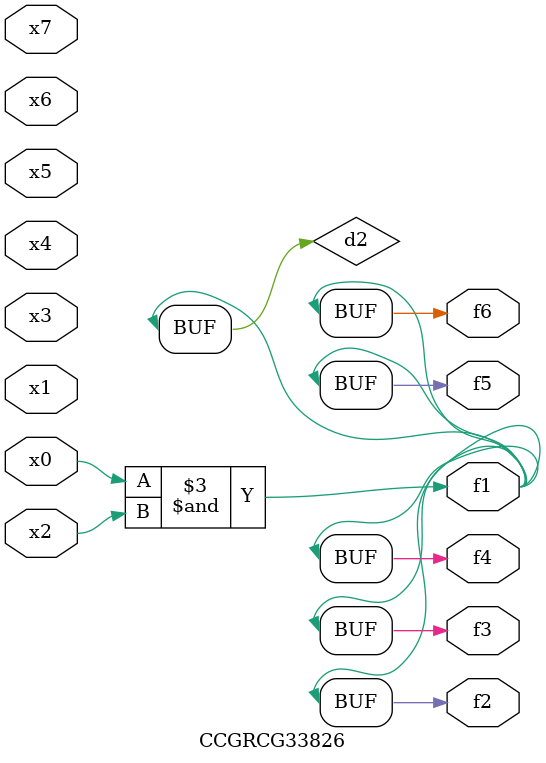
<source format=v>
module CCGRCG33826(
	input x0, x1, x2, x3, x4, x5, x6, x7,
	output f1, f2, f3, f4, f5, f6
);

	wire d1, d2;

	nor (d1, x3, x6);
	and (d2, x0, x2);
	assign f1 = d2;
	assign f2 = d2;
	assign f3 = d2;
	assign f4 = d2;
	assign f5 = d2;
	assign f6 = d2;
endmodule

</source>
